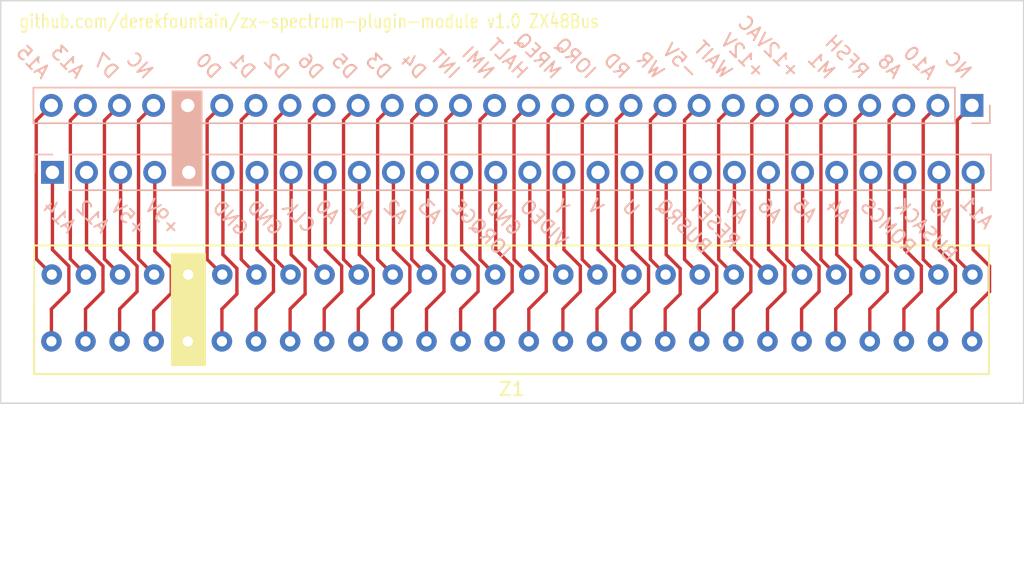
<source format=kicad_pcb>
(kicad_pcb (version 20211014) (generator pcbnew)
  (layers (0 "F.Cu" signal) (31 "B.Cu" signal) (34 "B.Paste" user) (35 "F.Paste" user) (36 "B.SilkS" user "B.Silkscreen") (37 "F.SilkS" user "F.Silkscreen") (38 "B.Mask" user) (39 "F.Mask" user) (44 "Edge.Cuts" user))
  (net 0 "")
  (net 3 "A15")
  (net 4 "A13")
  (net 5 "D7")
  (net 6 "NC1")
  (net 7 "D0")
  (net 8 "D1")
  (net 9 "D2")
  (net 10 "D6")
  (net 11 "D5")
  (net 12 "D3")
  (net 13 "D4")
  (net 14 "INT")
  (net 15 "NMI")
  (net 16 "HALT")
  (net 17 "MREQ")
  (net 18 "IORQ")
  (net 19 "RD")
  (net 20 "WR")
  (net 21 "-5V")
  (net 22 "WAIT")
  (net 23 "+12V")
  (net 24 "+12VAC")
  (net 25 "M1")
  (net 26 "RFSH")
  (net 27 "A8")
  (net 28 "A10")
  (net 29 "NC2")
  (net 30 "A9")
  (net 31 "ROMCS")
  (net 32 "A4")
  (net 33 "A5")
  (net 34 "A6")
  (net 35 "A7")
  (net 36 "RESET")
  (net 37 "BUSRQ")
  (net 38 "U")
  (net 39 "V")
  (net 40 "Y")
  (net 41 "VIDEO")
  (net 42 "GND3")
  (net 43 "IORQGE")
  (net 44 "A3")
  (net 45 "A2")
  (net 46 "A1")
  (net 47 "A0")
  (net 48 "CLK")
  (net 49 "GND2")
  (net 50 "GND1")
  (net 51 "+9V")
  (net 52 "+5V")
  (net 53 "A12")
  (net 54 "A14")
  (net 55 "BUSACK")
  (net 56 "A11")
  (footprint "zx:ZX_Bus_Pin_Header" (layer "F.Cu") (at 147.32 124.46)
    (fp_text reference "Z1" (at -0.03 7.27) (layer "F.SilkS"))
    (fp_text value "ZX48Bus")
    (fp_line (start -35.61 1.07) (end -35.61 6.15) (layer "F.SilkS") (width 0.15))
    (fp_line (start -35.6 -3.44) (end -35.61 1.07) (layer "F.SilkS") (width 0.12))
    (fp_line (start 35.52 -3.44) (end -35.6 -3.44) (layer "F.SilkS") (width 0.15))
    (fp_line (start 35.51 6.15) (end 35.51 1.07) (layer "F.SilkS") (width 0.15))
    (fp_line (start 35.52 -3.47) (end 35.51 1.17) (layer "F.SilkS") (width 0.12))
    (fp_line (start -35.61 6.15) (end 35.51 6.15) (layer "F.SilkS") (width 0.15))
    (pad "" thru_hole circle (at -24.16 3.71) (size 1.524 1.524) (drill 0.762) (layers *.Cu *.Mask))
    (pad "" thru_hole circle (at -24.13 -1.27) (size 1.524 1.524) (drill 0.762) (layers *.Cu *.Mask))
    (pad "A1" thru_hole circle (at -34.29 -1.27) (size 1.524 1.524) (drill 0.762) (layers *.Cu *.Mask) (net 3 "A15"))
    (pad "A2" thru_hole circle (at -31.75 -1.27) (size 1.524 1.524) (drill 0.762) (layers *.Cu *.Mask) (net 4 "A13"))
    (pad "A3" thru_hole circle (at -29.21 -1.27) (size 1.524 1.524) (drill 0.762) (layers *.Cu *.Mask) (net 5 "D7"))
    (pad "A4" thru_hole circle (at -26.67 -1.27) (size 1.524 1.524) (drill 0.762) (layers *.Cu *.Mask) (net 6 "NC1"))
    (pad "A6" thru_hole circle (at -21.59 -1.27) (size 1.524 1.524) (drill 0.762) (layers *.Cu *.Mask) (net 7 "D0"))
    (pad "A7" thru_hole circle (at -19.05 -1.27) (size 1.524 1.524) (drill 0.762) (layers *.Cu *.Mask) (net 8 "D1"))
    (pad "A8" thru_hole circle (at -16.51 -1.27) (size 1.524 1.524) (drill 0.762) (layers *.Cu *.Mask) (net 9 "D2"))
    (pad "A9" thru_hole circle (at -13.97 -1.27) (size 1.524 1.524) (drill 0.762) (layers *.Cu *.Mask) (net 10 "D6"))
    (pad "A10" thru_hole circle (at -11.43 -1.27) (size 1.524 1.524) (drill 0.762) (layers *.Cu *.Mask) (net 11 "D5"))
    (pad "A11" thru_hole circle (at -8.89 -1.27) (size 1.524 1.524) (drill 0.762) (layers *.Cu *.Mask) (net 12 "D3"))
    (pad "A12" thru_hole circle (at -6.35 -1.27) (size 1.524 1.524) (drill 0.762) (layers *.Cu *.Mask) (net 13 "D4"))
    (pad "A13" thru_hole circle (at -3.81 -1.27) (size 1.524 1.524) (drill 0.762) (layers *.Cu *.Mask) (net 14 "INT"))
    (pad "A14" thru_hole circle (at -1.27 -1.27) (size 1.524 1.524) (drill 0.762) (layers *.Cu *.Mask) (net 15 "NMI"))
    (pad "A15" thru_hole circle (at 1.27 -1.27) (size 1.524 1.524) (drill 0.762) (layers *.Cu *.Mask) (net 16 "HALT"))
    (pad "A16" thru_hole circle (at 3.81 -1.27) (size 1.524 1.524) (drill 0.762) (layers *.Cu *.Mask) (net 17 "MREQ"))
    (pad "A17" thru_hole circle (at 6.35 -1.27) (size 1.524 1.524) (drill 0.762) (layers *.Cu *.Mask) (net 18 "IORQ"))
    (pad "A18" thru_hole circle (at 8.89 -1.27) (size 1.524 1.524) (drill 0.762) (layers *.Cu *.Mask) (net 19 "RD"))
    (pad "A19" thru_hole circle (at 11.43 -1.27) (size 1.524 1.524) (drill 0.762) (layers *.Cu *.Mask) (net 20 "WR"))
    (pad "A20" thru_hole circle (at 13.97 -1.27) (size 1.524 1.524) (drill 0.762) (layers *.Cu *.Mask) (net 21 "-5V"))
    (pad "A21" thru_hole circle (at 16.51 -1.27) (size 1.524 1.524) (drill 0.762) (layers *.Cu *.Mask) (net 22 "WAIT"))
    (pad "A22" thru_hole circle (at 19.05 -1.27) (size 1.524 1.524) (drill 0.762) (layers *.Cu *.Mask) (net 23 "+12V"))
    (pad "A23" thru_hole circle (at 21.59 -1.27) (size 1.524 1.524) (drill 0.762) (layers *.Cu *.Mask) (net 24 "+12VAC"))
    (pad "A24" thru_hole circle (at 24.13 -1.27) (size 1.524 1.524) (drill 0.762) (layers *.Cu *.Mask) (net 25 "M1"))
    (pad "A25" thru_hole circle (at 26.67 -1.27) (size 1.524 1.524) (drill 0.762) (layers *.Cu *.Mask) (net 26 "RFSH"))
    (pad "A26" thru_hole circle (at 29.21 -1.27) (size 1.524 1.524) (drill 0.762) (layers *.Cu *.Mask) (net 27 "A8"))
    (pad "A27" thru_hole circle (at 31.75 -1.27) (size 1.524 1.524) (drill 0.762) (layers *.Cu *.Mask) (net 28 "A10"))
    (pad "A28" thru_hole circle (at 34.29 -1.27) (size 1.524 1.524) (drill 0.762) (layers *.Cu *.Mask) (net 29 "NC2"))
    (pad "B1" thru_hole circle (at -34.32 3.71) (size 1.524 1.524) (drill 0.762) (layers *.Cu *.Mask) (net 54 "A14"))
    (pad "B2" thru_hole circle (at -31.78 3.71) (size 1.524 1.524) (drill 0.762) (layers *.Cu *.Mask) (net 53 "A12"))
    (pad "B3" thru_hole circle (at -29.24 3.71) (size 1.524 1.524) (drill 0.762) (layers *.Cu *.Mask) (net 52 "+5V"))
    (pad "B4" thru_hole circle (at -26.7 3.71) (size 1.524 1.524) (drill 0.762) (layers *.Cu *.Mask) (net 51 "+9V"))
    (pad "B6" thru_hole circle (at -21.62 3.71) (size 1.524 1.524) (drill 0.762) (layers *.Cu *.Mask) (net 50 "GND1"))
    (pad "B7" thru_hole circle (at -19.08 3.71) (size 1.524 1.524) (drill 0.762) (layers *.Cu *.Mask) (net 49 "GND2"))
    (pad "B8" thru_hole circle (at -16.54 3.71) (size 1.524 1.524) (drill 0.762) (layers *.Cu *.Mask) (net 48 "CLK"))
    (pad "B9" thru_hole circle (at -14 3.71) (size 1.524 1.524) (drill 0.762) (layers *.Cu *.Mask) (net 47 "A0"))
    (pad "B10" thru_hole circle (at -11.46 3.71) (size 1.524 1.524) (drill 0.762) (layers *.Cu *.Mask) (net 46 "A1"))
    (pad "B11" thru_hole circle (at -8.92 3.71) (size 1.524 1.524) (drill 0.762) (layers *.Cu *.Mask) (net 45 "A2"))
    (pad "B12" thru_hole circle (at -6.38 3.71) (size 1.524 1.524) (drill 0.762) (layers *.Cu *.Mask) (net 44 "A3"))
    (pad "B13" thru_hole circle (at -3.84 3.71) (size 1.524 1.524) (drill 0.762) (layers *.Cu *.Mask) (net 43 "IORQGE"))
    (pad "B14" thru_hole circle (at -1.3 3.71) (size 1.524 1.524) (drill 0.762) (layers *.Cu *.Mask) (net 42 "GND3"))
    (pad "B15" thru_hole circle (at 1.24 3.71) (size 1.524 1.524) (drill 0.762) (layers *.Cu *.Mask) (net 41 "VIDEO"))
    (pad "B16" thru_hole circle (at 3.78 3.71) (size 1.524 1.524) (drill 0.762) (layers *.Cu *.Mask) (net 40 "Y"))
    (pad "B17" thru_hole circle (at 6.32 3.71) (size 1.524 1.524) (drill 0.762) (layers *.Cu *.Mask) (net 39 "V"))
    (pad "B18" thru_hole circle (at 8.86 3.71) (size 1.524 1.524) (drill 0.762) (layers *.Cu *.Mask) (net 38 "U"))
    (pad "B19" thru_hole circle (at 11.4 3.71) (size 1.524 1.524) (drill 0.762) (layers *.Cu *.Mask) (net 37 "BUSRQ"))
    (pad "B20" thru_hole circle (at 13.94 3.71) (size 1.524 1.524) (drill 0.762) (layers *.Cu *.Mask) (net 36 "RESET"))
    (pad "B21" thru_hole circle (at 16.48 3.71) (size 1.524 1.524) (drill 0.762) (layers *.Cu *.Mask) (net 35 "A7"))
    (pad "B22" thru_hole circle (at 19.02 3.71) (size 1.524 1.524) (drill 0.762) (layers *.Cu *.Mask) (net 34 "A6"))
    (pad "B23" thru_hole circle (at 21.56 3.71) (size 1.524 1.524) (drill 0.762) (layers *.Cu *.Mask) (net 33 "A5"))
    (pad "B24" thru_hole circle (at 24.1 3.71) (size 1.524 1.524) (drill 0.762) (layers *.Cu *.Mask) (net 32 "A4"))
    (pad "B25" thru_hole circle (at 26.64 3.71) (size 1.524 1.524) (drill 0.762) (layers *.Cu *.Mask) (net 31 "ROMCS"))
    (pad "B26" thru_hole circle (at 29.18 3.71) (size 1.524 1.524) (drill 0.762) (layers *.Cu *.Mask) (net 55 "BUSACK"))
    (pad "B27" thru_hole circle (at 31.72 3.71) (size 1.524 1.524) (drill 0.762) (layers *.Cu *.Mask) (net 30 "A9"))
    (pad "B28" thru_hole circle (at 34.26 3.71) (size 1.524 1.524) (drill 0.762) (layers *.Cu *.Mask) (net 56 "A11"))
  )
  (footprint "Connector_PinHeader_2.54mm:PinHeader_1x28_P2.54mm_Vertical" (layer "B.Cu") (at 181.57 110.58 90)
    (fp_text reference "J1" hide)
    (fp_text value "Upper pins")
    (fp_line (start -1.33 -69.91) (end 1.33 -69.91) (layer "B.SilkS") (width 0.12))
    (fp_line (start -1.33 0) (end -1.33 1.33) (layer "B.SilkS") (width 0.12))
    (fp_line (start -1.33 1.33) (end 0 1.33) (layer "B.SilkS") (width 0.12))
    (fp_line (start -1.33 -1.27) (end -1.33 -69.91) (layer "B.SilkS") (width 0.12))
    (fp_line (start 1.33 -1.27) (end 1.33 -69.91) (layer "B.SilkS") (width 0.12))
    (fp_line (start -1.33 -1.27) (end 1.33 -1.27) (layer "B.SilkS") (width 0.12))
    (pad "1" thru_hole rect (at 0 0 90) (size 1.7 1.7) (drill 1) (layers *.Cu *.Mask) (net 29 "NC2"))
    (pad "2" thru_hole oval (at 0 -2.54 90) (size 1.7 1.7) (drill 1) (layers *.Cu *.Mask) (net 28 "A10"))
    (pad "3" thru_hole oval (at 0 -5.08 90) (size 1.7 1.7) (drill 1) (layers *.Cu *.Mask) (net 27 "A8"))
    (pad "4" thru_hole oval (at 0 -7.62 90) (size 1.7 1.7) (drill 1) (layers *.Cu *.Mask) (net 26 "RFSH"))
    (pad "5" thru_hole oval (at 0 -10.16 90) (size 1.7 1.7) (drill 1) (layers *.Cu *.Mask) (net 25 "M1"))
    (pad "6" thru_hole oval (at 0 -12.7 90) (size 1.7 1.7) (drill 1) (layers *.Cu *.Mask) (net 24 "+12VAC"))
    (pad "7" thru_hole oval (at 0 -15.24 90) (size 1.7 1.7) (drill 1) (layers *.Cu *.Mask) (net 23 "+12V"))
    (pad "8" thru_hole oval (at 0 -17.78 90) (size 1.7 1.7) (drill 1) (layers *.Cu *.Mask) (net 22 "WAIT"))
    (pad "9" thru_hole oval (at 0 -20.32 90) (size 1.7 1.7) (drill 1) (layers *.Cu *.Mask) (net 21 "-5V"))
    (pad "10" thru_hole oval (at 0 -22.86 90) (size 1.7 1.7) (drill 1) (layers *.Cu *.Mask) (net 20 "WR"))
    (pad "11" thru_hole oval (at 0 -25.4 90) (size 1.7 1.7) (drill 1) (layers *.Cu *.Mask) (net 19 "RD"))
    (pad "12" thru_hole oval (at 0 -27.94 90) (size 1.7 1.7) (drill 1) (layers *.Cu *.Mask) (net 18 "IORQ"))
    (pad "13" thru_hole oval (at 0 -30.48 90) (size 1.7 1.7) (drill 1) (layers *.Cu *.Mask) (net 17 "MREQ"))
    (pad "14" thru_hole oval (at 0 -33.02 90) (size 1.7 1.7) (drill 1) (layers *.Cu *.Mask) (net 16 "HALT"))
    (pad "15" thru_hole oval (at 0 -35.56 90) (size 1.7 1.7) (drill 1) (layers *.Cu *.Mask) (net 15 "NMI"))
    (pad "16" thru_hole oval (at 0 -38.1 90) (size 1.7 1.7) (drill 1) (layers *.Cu *.Mask) (net 14 "INT"))
    (pad "17" thru_hole oval (at 0 -40.64 90) (size 1.7 1.7) (drill 1) (layers *.Cu *.Mask) (net 13 "D4"))
    (pad "18" thru_hole oval (at 0 -43.18 90) (size 1.7 1.7) (drill 1) (layers *.Cu *.Mask) (net 12 "D3"))
    (pad "19" thru_hole oval (at 0 -45.72 90) (size 1.7 1.7) (drill 1) (layers *.Cu *.Mask) (net 11 "D5"))
    (pad "20" thru_hole oval (at 0 -48.26 90) (size 1.7 1.7) (drill 1) (layers *.Cu *.Mask) (net 10 "D6"))
    (pad "21" thru_hole oval (at 0 -50.8 90) (size 1.7 1.7) (drill 1) (layers *.Cu *.Mask) (net 9 "D2"))
    (pad "22" thru_hole oval (at 0 -53.34 90) (size 1.7 1.7) (drill 1) (layers *.Cu *.Mask) (net 8 "D1"))
    (pad "23" thru_hole oval (at 0 -55.88 90) (size 1.7 1.7) (drill 1) (layers *.Cu *.Mask) (net 7 "D0"))
    (pad "24" thru_hole oval (at 0 -58.42 90) (size 1.7 1.7) (drill 1) (layers *.Cu *.Mask))
    (pad "25" thru_hole oval (at 0 -60.96 90) (size 1.7 1.7) (drill 1) (layers *.Cu *.Mask) (net 6 "NC1"))
    (pad "26" thru_hole oval (at 0 -63.5 90) (size 1.7 1.7) (drill 1) (layers *.Cu *.Mask) (net 5 "D7"))
    (pad "27" thru_hole oval (at 0 -66.04 90) (size 1.7 1.7) (drill 1) (layers *.Cu *.Mask) (net 4 "A13"))
    (pad "28" thru_hole oval (at 0 -68.58 90) (size 1.7 1.7) (drill 1) (layers *.Cu *.Mask) (net 3 "A15"))
  )
  (footprint "Connector_PinHeader_2.54mm:PinHeader_1x28_P2.54mm_Vertical" (layer "B.Cu") (at 113.075 115.57 -90)
    (fp_text reference "J2" hide)
    (fp_text value "Lower pins")
    (fp_line (start -1.33 0) (end -1.33 1.33) (layer "B.SilkS") (width 0.12))
    (fp_line (start -1.33 -1.27) (end 1.33 -1.27) (layer "B.SilkS") (width 0.12))
    (fp_line (start -1.33 -69.91) (end 1.33 -69.91) (layer "B.SilkS") (width 0.12))
    (fp_line (start 1.33 -1.27) (end 1.33 -69.91) (layer "B.SilkS") (width 0.12))
    (fp_line (start -1.33 1.33) (end 0 1.33) (layer "B.SilkS") (width 0.12))
    (fp_line (start -1.33 -1.27) (end -1.33 -69.91) (layer "B.SilkS") (width 0.12))
    (pad "1" thru_hole rect (at 0 0 270) (size 1.7 1.7) (drill 1) (layers *.Cu *.Mask) (net 54 "A14"))
    (pad "2" thru_hole oval (at 0 -2.54 270) (size 1.7 1.7) (drill 1) (layers *.Cu *.Mask) (net 53 "A12"))
    (pad "3" thru_hole oval (at 0 -5.08 270) (size 1.7 1.7) (drill 1) (layers *.Cu *.Mask) (net 52 "+5V"))
    (pad "4" thru_hole oval (at 0 -7.62 270) (size 1.7 1.7) (drill 1) (layers *.Cu *.Mask) (net 51 "+9V"))
    (pad "5" thru_hole oval (at 0 -10.16 270) (size 1.7 1.7) (drill 1) (layers *.Cu *.Mask))
    (pad "6" thru_hole oval (at 0 -12.7 270) (size 1.7 1.7) (drill 1) (layers *.Cu *.Mask) (net 50 "GND1"))
    (pad "7" thru_hole oval (at 0 -15.24 270) (size 1.7 1.7) (drill 1) (layers *.Cu *.Mask) (net 49 "GND2"))
    (pad "8" thru_hole oval (at 0 -17.78 270) (size 1.7 1.7) (drill 1) (layers *.Cu *.Mask) (net 48 "CLK"))
    (pad "9" thru_hole oval (at 0 -20.32 270) (size 1.7 1.7) (drill 1) (layers *.Cu *.Mask) (net 47 "A0"))
    (pad "10" thru_hole oval (at 0 -22.86 270) (size 1.7 1.7) (drill 1) (layers *.Cu *.Mask) (net 46 "A1"))
    (pad "11" thru_hole oval (at 0 -25.4 270) (size 1.7 1.7) (drill 1) (layers *.Cu *.Mask) (net 45 "A2"))
    (pad "12" thru_hole oval (at 0 -27.94 270) (size 1.7 1.7) (drill 1) (layers *.Cu *.Mask) (net 44 "A3"))
    (pad "13" thru_hole oval (at 0 -30.48 270) (size 1.7 1.7) (drill 1) (layers *.Cu *.Mask) (net 43 "IORQGE"))
    (pad "14" thru_hole oval (at 0 -33.02 270) (size 1.7 1.7) (drill 1) (layers *.Cu *.Mask) (net 42 "GND3"))
    (pad "15" thru_hole oval (at 0 -35.56 270) (size 1.7 1.7) (drill 1) (layers *.Cu *.Mask) (net 41 "VIDEO"))
    (pad "16" thru_hole oval (at 0 -38.1 270) (size 1.7 1.7) (drill 1) (layers *.Cu *.Mask) (net 40 "Y"))
    (pad "17" thru_hole oval (at 0 -40.64 270) (size 1.7 1.7) (drill 1) (layers *.Cu *.Mask) (net 39 "V"))
    (pad "18" thru_hole oval (at 0 -43.18 270) (size 1.7 1.7) (drill 1) (layers *.Cu *.Mask) (net 38 "U"))
    (pad "19" thru_hole oval (at 0 -45.72 270) (size 1.7 1.7) (drill 1) (layers *.Cu *.Mask) (net 37 "BUSRQ"))
    (pad "20" thru_hole oval (at 0 -48.26 270) (size 1.7 1.7) (drill 1) (layers *.Cu *.Mask) (net 36 "RESET"))
    (pad "21" thru_hole oval (at 0 -50.8 270) (size 1.7 1.7) (drill 1) (layers *.Cu *.Mask) (net 35 "A7"))
    (pad "22" thru_hole oval (at 0 -53.34 270) (size 1.7 1.7) (drill 1) (layers *.Cu *.Mask) (net 34 "A6"))
    (pad "23" thru_hole oval (at 0 -55.88 270) (size 1.7 1.7) (drill 1) (layers *.Cu *.Mask) (net 33 "A5"))
    (pad "24" thru_hole oval (at 0 -58.42 270) (size 1.7 1.7) (drill 1) (layers *.Cu *.Mask) (net 32 "A4"))
    (pad "25" thru_hole oval (at 0 -60.96 270) (size 1.7 1.7) (drill 1) (layers *.Cu *.Mask) (net 31 "ROMCS"))
    (pad "26" thru_hole oval (at 0 -63.5 270) (size 1.7 1.7) (drill 1) (layers *.Cu *.Mask) (net 55 "BUSACK"))
    (pad "27" thru_hole oval (at 0 -66.04 270) (size 1.7 1.7) (drill 1) (layers *.Cu *.Mask) (net 30 "A9"))
    (pad "28" thru_hole oval (at 0 -68.58 270) (size 1.7 1.7) (drill 1) (layers *.Cu *.Mask) (net 56 "A11"))
  )
  (gr_rect (start 124.18 116.55) (end 122.03 109.54) (layer "B.SilkS") (width 0.15) (fill solid))
  (gr_rect (start 121.98 129.94) (end 124.44 121.64) (layer "F.SilkS") (width 0.15) (fill solid))
  (gr_rect (start 185.42 102.77) (end 109.22 132.78) (layer "Edge.Cuts") (width 0.1) (fill none))
  (gr_text "D0" (at 125.45 108.38 -45) (layer "B.SilkS") (effects (font (size 1 1)) (justify left mirror)))
  (gr_text "A2" (at 137.93 117.76 -45) (layer "B.SilkS") (effects (font (size 1 1)) (justify right mirror)))
  (gr_text "IORQGE" (at 143 117.82 -45) (layer "B.SilkS") (effects (font (size 1 1)) (justify right mirror)))
  (gr_text "WR" (at 158.43 108.42 -45) (layer "B.SilkS") (effects (font (size 1 1)) (justify left mirror)))
  (gr_text "A1" (at 135.39 117.78 -45) (layer "B.SilkS") (effects (font (size 1 1)) (justify right mirror)))
  (gr_text "D3" (at 138.11 108.41 -45) (layer "B.SilkS") (effects (font (size 1 1)) (justify left mirror)))
  (gr_text "D1" (at 128 108.38 -45) (layer "B.SilkS") (effects (font (size 1 1)) (justify left mirror)))
  (gr_text "RESET" (at 160.76 117.73 -45) (layer "B.SilkS") (effects (font (size 1 1)) (justify right mirror)))
  (gr_text "HALT" (at 148.3 108.38 -45) (layer "B.SilkS") (effects (font (size 1 1)) (justify left mirror)))
  (gr_text "GND" (at 145.54 117.83 -45) (layer "B.SilkS") (effects (font (size 1 1)) (justify right mirror)))
  (gr_text "M1" (at 171.16 108.41 -45) (layer "B.SilkS") (effects (font (size 1 1)) (justify left mirror)))
  (gr_text "U" (at 155.72 117.77 -45) (layer "B.SilkS") (effects (font (size 1 1)) (justify right mirror)))
  (gr_text "D2" (at 130.52 108.39 -45) (layer "B.SilkS") (effects (font (size 1 1)) (justify left mirror)))
  (gr_text "+12V" (at 166.02 108.39 -45) (layer "B.SilkS") (effects (font (size 1 1)) (justify left mirror)))
  (gr_text "A0" (at 132.84 117.77 -45) (layer "B.SilkS") (effects (font (size 1 1)) (justify right mirror)))
  (gr_text "+5V" (at 117.62 117.82 -45) (layer "B.SilkS") (effects (font (size 1 1)) (justify right mirror)))
  (gr_text "A6" (at 165.79 117.71 -45) (layer "B.SilkS") (effects (font (size 1 1)) (justify right mirror)))
  (gr_text "A8" (at 176.15 108.36 -45) (layer "B.SilkS") (effects (font (size 1 1)) (justify left mirror)))
  (gr_text "NC" (at 120.37 108.4 -45) (layer "B.SilkS") (effects (font (size 1 1)) (justify left mirror)))
  (gr_text "A10" (at 178.74 108.42 -45) (layer "B.SilkS") (effects (font (size 1 1)) (justify left mirror)))
  (gr_text "D4" (at 140.72 108.4 -45) (layer "B.SilkS") (effects (font (size 1 1)) (justify left mirror)))
  (gr_text "V" (at 153.15 117.77 -45) (layer "B.SilkS") (effects (font (size 1 1)) (justify right mirror)))
  (gr_text "WAIT" (at 163.5 108.4 -45) (layer "B.SilkS") (effects (font (size 1 1)) (justify left mirror)))
  (gr_text "GND" (at 127.76 117.81 -45) (layer "B.SilkS") (effects (font (size 1 1)) (justify right mirror)))
  (gr_text "+9V" (at 120.16 117.78 -45) (layer "B.SilkS") (effects (font (size 1 1)) (justify right mirror)))
  (gr_text "RD" (at 155.87 108.39 -45) (layer "B.SilkS") (effects (font (size 1 1)) (justify left mirror)))
  (gr_text "MREQ" (at 150.77 108.39 -45) (layer "B.SilkS") (effects (font (size 1 1)) (justify left mirror)))
  (gr_text "NMI" (at 145.79 108.4 -45) (layer "B.SilkS") (effects (font (size 1 1)) (justify left mirror)))
  (gr_text "D7" (at 117.81 108.4 -45) (layer "B.SilkS") (effects (font (size 1 1)) (justify left mirror)))
  (gr_text "RFSH" (at 173.7 108.39 -45) (layer "B.SilkS") (effects (font (size 1 1)) (justify left mirror)))
  (gr_text "A7" (at 163.24 117.73 -45) (layer "B.SilkS") (effects (font (size 1 1)) (justify right mirror)))
  (gr_text "A9" (at 178.52 117.65 -45) (layer "B.SilkS") (effects (font (size 1 1)) (justify right mirror)))
  (gr_text "A15" (at 112.67 108.37 -45) (layer "B.SilkS") (effects (font (size 1 1)) (justify left mirror)))
  (gr_text "BUSRQ" (at 158.26 117.73 -45) (layer "B.SilkS") (effects (font (size 1 1)) (justify right mirror)))
  (gr_text "-5V" (at 161.02 108.44 -45) (layer "B.SilkS") (effects (font (size 1 1)) (justify left mirror)))
  (gr_text "A14" (at 112.54 117.8 -45) (layer "B.SilkS") (effects (font (size 1 1)) (justify right mirror)))
  (gr_text "D5" (at 135.58 108.42 -45) (layer "B.SilkS") (effects (font (size 1 1)) (justify left mirror)))
  (gr_text "INT" (at 143.22 108.39 -45) (layer "B.SilkS") (effects (font (size 1 1)) (justify left mirror)))
  (gr_text "Y" (at 150.6 117.8 -45) (layer "B.SilkS") (effects (font (size 1 1)) (justify right mirror)))
  (gr_text "BUSACK" (at 175.98 117.73 -45) (layer "B.SilkS") (effects (font (size 1 1)) (justify right mirror)))
  (gr_text "GND" (at 125.18 117.84 -45) (layer "B.SilkS") (effects (font (size 1 1)) (justify right mirror)))
  (gr_text "A3" (at 140.48 117.76 -45) (layer "B.SilkS") (effects (font (size 1 1)) (justify right mirror)))
  (gr_text "A5" (at 168.39 117.67 -45) (layer "B.SilkS") (effects (font (size 1 1)) (justify right mirror)))
  (gr_text "IORQ" (at 153.36 108.39 -45) (layer "B.SilkS") (effects (font (size 1 1)) (justify left mirror)))
  (gr_text "A4" (at 170.9 117.73 -45) (layer "B.SilkS") (effects (font (size 1 1)) (justify right mirror)))
  (gr_text "VIDEO" (at 148.09 117.77 -45) (layer "B.SilkS") (effects (font (size 1 1)) (justify right mirror)))
  (gr_text "CLK" (at 130.33 117.78 -45) (layer "B.SilkS") (effects (font (size 1 1)) (justify right mirror)))
  (gr_text "ROMCS" (at 173.43 117.73 -45) (layer "B.SilkS") (effects (font (size 1 1)) (justify right mirror)))
  (gr_text "A11" (at 180.87 117.5 -45) (layer "B.SilkS") (effects (font (size 1 1)) (justify right mirror)))
  (gr_text "A13" (at 115.25 108.37 -45) (layer "B.SilkS") (effects (font (size 1 1)) (justify left mirror)))
  (gr_text "A12" (at 115.03 117.82 -45) (layer "B.SilkS") (effects (font (size 1 1)) (justify right mirror)))
  (gr_text "+12VAC" (at 168.61 108.36 -45) (layer "B.SilkS") (effects (font (size 1 1)) (justify left mirror)))
  (gr_text "D6" (at 133.06 108.41 -45) (layer "B.SilkS") (effects (font (size 1 1)) (justify left mirror)))
  (gr_text "NC" (at 181.34 108.38 -45) (layer "B.SilkS") (effects (font (size 1 1)) (justify left mirror)))
  (gr_text "github.com/derekfountain/zx-spectrum-plugin-module v1.0 ZX48Bus" (at 132.2 104.31) (layer "F.SilkS") (effects (font (size 1 0.8) (thickness 0.125))))
  (segment (start 113.03 123.19) (end 111.87 122.03) (width 0.25) (layer "F.Cu") (net 3))
  (segment (start 111.87 122.03) (end 111.87 111.7) (width 0.25) (layer "F.Cu") (net 3))
  (segment (start 111.87 111.7) (end 112.99 110.58) (width 0.25) (layer "F.Cu") (net 3))
  (segment (start 115.57 123.19) (end 114.41 122.03) (width 0.25) (layer "F.Cu") (net 4))
  (segment (start 114.41 111.7) (end 115.54 110.57) (width 0.25) (layer "F.Cu") (net 4))
  (segment (start 114.41 122.03) (end 114.41 111.7) (width 0.25) (layer "F.Cu") (net 4))
  (segment (start 118.11 123.19) (end 116.95 122.03) (width 0.25) (layer "F.Cu") (net 5))
  (segment (start 116.95 111.7) (end 118.08 110.57) (width 0.25) (layer "F.Cu") (net 5))
  (segment (start 116.95 122.03) (end 116.95 111.7) (width 0.25) (layer "F.Cu") (net 5))
  (segment (start 119.49 122.03) (end 119.49 111.7) (width 0.25) (layer "F.Cu") (net 6))
  (segment (start 120.65 123.19) (end 119.49 122.03) (width 0.25) (layer "F.Cu") (net 6))
  (segment (start 119.49 111.7) (end 120.62 110.57) (width 0.25) (layer "F.Cu") (net 6))
  (segment (start 124.6 122.06) (end 124.6 111.67) (width 0.25) (layer "F.Cu") (net 7))
  (segment (start 124.6 111.67) (end 125.7 110.57) (width 0.25) (layer "F.Cu") (net 7))
  (segment (start 125.73 123.19) (end 124.6 122.06) (width 0.25) (layer "F.Cu") (net 7))
  (segment (start 127.14 111.67) (end 128.24 110.57) (width 0.25) (layer "F.Cu") (net 8))
  (segment (start 127.14 122.06) (end 127.14 111.67) (width 0.25) (layer "F.Cu") (net 8))
  (segment (start 128.27 123.19) (end 127.14 122.06) (width 0.25) (layer "F.Cu") (net 8))
  (segment (start 130.81 123.19) (end 129.68 122.06) (width 0.25) (layer "F.Cu") (net 9))
  (segment (start 129.68 122.06) (end 129.68 111.67) (width 0.25) (layer "F.Cu") (net 9))
  (segment (start 129.68 111.67) (end 130.78 110.57) (width 0.25) (layer "F.Cu") (net 9))
  (segment (start 132.22 111.67) (end 133.32 110.57) (width 0.25) (layer "F.Cu") (net 10))
  (segment (start 132.22 122.06) (end 132.22 111.67) (width 0.25) (layer "F.Cu") (net 10))
  (segment (start 133.35 123.19) (end 132.22 122.06) (width 0.25) (layer "F.Cu") (net 10))
  (segment (start 134.76 122.06) (end 134.76 111.67) (width 0.25) (layer "F.Cu") (net 11))
  (segment (start 134.76 111.67) (end 135.86 110.57) (width 0.25) (layer "F.Cu") (net 11))
  (segment (start 135.89 123.19) (end 134.76 122.06) (width 0.25) (layer "F.Cu") (net 11))
  (segment (start 137.3 122.06) (end 137.3 111.67) (width 0.25) (layer "F.Cu") (net 12))
  (segment (start 137.3 111.67) (end 138.4 110.57) (width 0.25) (layer "F.Cu") (net 12))
  (segment (start 138.43 123.19) (end 137.3 122.06) (width 0.25) (layer "F.Cu") (net 12))
  (segment (start 139.84 111.67) (end 140.94 110.57) (width 0.25) (layer "F.Cu") (net 13))
  (segment (start 140.97 123.19) (end 139.84 122.06) (width 0.25) (layer "F.Cu") (net 13))
  (segment (start 139.84 122.06) (end 139.84 111.67) (width 0.25) (layer "F.Cu") (net 13))
  (segment (start 142.38 111.67) (end 143.48 110.57) (width 0.25) (layer "F.Cu") (net 14))
  (segment (start 142.38 122.06) (end 142.38 111.67) (width 0.25) (layer "F.Cu") (net 14))
  (segment (start 143.51 123.19) (end 142.38 122.06) (width 0.25) (layer "F.Cu") (net 14))
  (segment (start 146.05 123.19) (end 144.92 122.06) (width 0.25) (layer "F.Cu") (net 15))
  (segment (start 144.92 111.67) (end 146.02 110.57) (width 0.25) (layer "F.Cu") (net 15))
  (segment (start 144.92 122.06) (end 144.92 111.67) (width 0.25) (layer "F.Cu") (net 15))
  (segment (start 147.46 111.67) (end 148.56 110.57) (width 0.25) (layer "F.Cu") (net 16))
  (segment (start 147.46 122.06) (end 147.46 111.67) (width 0.25) (layer "F.Cu") (net 16))
  (segment (start 148.59 123.19) (end 147.46 122.06) (width 0.25) (layer "F.Cu") (net 16))
  (segment (start 151.13 123.19) (end 150 122.06) (width 0.25) (layer "F.Cu") (net 17))
  (segment (start 150 111.67) (end 151.1 110.57) (width 0.25) (layer "F.Cu") (net 17))
  (segment (start 150 122.06) (end 150 111.67) (width 0.25) (layer "F.Cu") (net 17))
  (segment (start 152.54 122.06) (end 152.54 111.67) (width 0.25) (layer "F.Cu") (net 18))
  (segment (start 153.67 123.19) (end 152.54 122.06) (width 0.25) (layer "F.Cu") (net 18))
  (segment (start 152.54 111.67) (end 153.64 110.57) (width 0.25) (layer "F.Cu") (net 18))
  (segment (start 155.08 122.06) (end 155.08 111.67) (width 0.25) (layer "F.Cu") (net 19))
  (segment (start 156.21 123.19) (end 155.08 122.06) (width 0.25) (layer "F.Cu") (net 19))
  (segment (start 155.08 111.67) (end 156.18 110.57) (width 0.25) (layer "F.Cu") (net 19))
  (segment (start 157.62 111.67) (end 158.72 110.57) (width 0.25) (layer "F.Cu") (net 20))
  (segment (start 157.62 122.06) (end 157.62 111.67) (width 0.25) (layer "F.Cu") (net 20))
  (segment (start 158.75 123.19) (end 157.62 122.06) (width 0.25) (layer "F.Cu") (net 20))
  (segment (start 161.29 123.19) (end 160.16 122.06) (width 0.25) (layer "F.Cu") (net 21))
  (segment (start 160.16 111.67) (end 161.26 110.57) (width 0.25) (layer "F.Cu") (net 21))
  (segment (start 160.16 122.06) (end 160.16 111.67) (width 0.25) (layer "F.Cu") (net 21))
  (segment (start 162.7 122.06) (end 162.7 111.67) (width 0.25) (layer "F.Cu") (net 22))
  (segment (start 163.83 123.19) (end 162.7 122.06) (width 0.25) (layer "F.Cu") (net 22))
  (segment (start 162.7 111.67) (end 163.79 110.58) (width 0.25) (layer "F.Cu") (net 22))
  (segment (start 166.37 123.19) (end 165.17 121.99) (width 0.25) (layer "F.Cu") (net 23))
  (segment (start 165.17 111.74) (end 166.34 110.57) (width 0.25) (layer "F.Cu") (net 23))
  (segment (start 165.17 121.99) (end 165.17 111.74) (width 0.25) (layer "F.Cu") (net 23))
  (segment (start 167.78 122.06) (end 167.78 111.67) (width 0.25) (layer "F.Cu") (net 24))
  (segment (start 168.91 123.19) (end 167.78 122.06) (width 0.25) (layer "F.Cu") (net 24))
  (segment (start 167.78 111.67) (end 168.88 110.57) (width 0.25) (layer "F.Cu") (net 24))
  (segment (start 171.45 123.19) (end 170.32 122.06) (width 0.25) (layer "F.Cu") (net 25))
  (segment (start 170.32 122.06) (end 170.32 111.67) (width 0.25) (layer "F.Cu") (net 25))
  (segment (start 170.32 111.67) (end 171.42 110.57) (width 0.25) (layer "F.Cu") (net 25))
  (segment (start 172.86 122.06) (end 172.86 111.67) (width 0.25) (layer "F.Cu") (net 26))
  (segment (start 172.86 111.67) (end 173.96 110.57) (width 0.25) (layer "F.Cu") (net 26))
  (segment (start 173.99 123.19) (end 172.86 122.06) (width 0.25) (layer "F.Cu") (net 26))
  (segment (start 175.4 111.67) (end 176.5 110.57) (width 0.25) (layer "F.Cu") (net 27))
  (segment (start 176.53 123.19) (end 175.4 122.06) (width 0.25) (layer "F.Cu") (net 27))
  (segment (start 175.4 122.06) (end 175.4 111.67) (width 0.25) (layer "F.Cu") (net 27))
  (segment (start 179.07 123.19) (end 177.94 122.06) (width 0.25) (layer "F.Cu") (net 28))
  (segment (start 177.94 111.67) (end 179.04 110.57) (width 0.25) (layer "F.Cu") (net 28))
  (segment (start 177.94 122.06) (end 177.94 111.67) (width 0.25) (layer "F.Cu") (net 28))
  (segment (start 180.48 111.67) (end 181.58 110.57) (width 0.25) (layer "F.Cu") (net 29))
  (segment (start 181.61 123.19) (end 180.48 122.06) (width 0.25) (layer "F.Cu") (net 29))
  (segment (start 180.48 122.06) (end 180.48 111.67) (width 0.25) (layer "F.Cu") (net 29))
  (segment (start 179.115 121.331396) (end 180.34 122.556396) (width 0.25) (layer "F.Cu") (net 30))
  (segment (start 179.115 115.57) (end 179.115 121.331396) (width 0.25) (layer "F.Cu") (net 30))
  (segment (start 180.34 122.556396) (end 180.34 124.46) (width 0.25) (layer "F.Cu") (net 30))
  (segment (start 180.34 124.46) (end 179.04 125.76) (width 0.25) (layer "F.Cu") (net 30))
  (segment (start 179.04 125.76) (end 179.04 128.17) (width 0.25) (layer "F.Cu") (net 30))
  (segment (start 175.26 122.556396) (end 175.26 124.46) (width 0.25) (layer "F.Cu") (net 31))
  (segment (start 173.96 125.76) (end 173.96 128.17) (width 0.25) (layer "F.Cu") (net 31))
  (segment (start 174.035 115.57) (end 174.035 121.331396) (width 0.25) (layer "F.Cu") (net 31))
  (segment (start 174.035 121.331396) (end 175.26 122.556396) (width 0.25) (layer "F.Cu") (net 31))
  (segment (start 175.26 124.46) (end 173.96 125.76) (width 0.25) (layer "F.Cu") (net 31))
  (segment (start 171.42 125.76) (end 171.42 128.17) (width 0.25) (layer "F.Cu") (net 32))
  (segment (start 172.537 124.643) (end 171.42 125.76) (width 0.25) (layer "F.Cu") (net 32))
  (segment (start 172.537 122.739749) (end 172.537 124.643) (width 0.25) (layer "F.Cu") (net 32))
  (segment (start 171.495 121.697749) (end 172.537 122.739749) (width 0.25) (layer "F.Cu") (net 32))
  (segment (start 171.495 115.57) (end 171.495 121.697749) (width 0.25) (layer "F.Cu") (net 32))
  (segment (start 168.955 115.57) (end 168.955 121.331396) (width 0.25) (layer "F.Cu") (net 33))
  (segment (start 168.88 125.76) (end 168.88 128.17) (width 0.25) (layer "F.Cu") (net 33))
  (segment (start 168.955 121.331396) (end 170.18 122.556396) (width 0.25) (layer "F.Cu") (net 33))
  (segment (start 170.18 122.556396) (end 170.18 124.46) (width 0.25) (layer "F.Cu") (net 33))
  (segment (start 170.18 124.46) (end 168.88 125.76) (width 0.25) (layer "F.Cu") (net 33))
  (segment (start 167.64 124.46) (end 166.34 125.76) (width 0.25) (layer "F.Cu") (net 34))
  (segment (start 167.64 122.556396) (end 167.64 124.46) (width 0.25) (layer "F.Cu") (net 34))
  (segment (start 166.415 115.57) (end 166.415 121.331396) (width 0.25) (layer "F.Cu") (net 34))
  (segment (start 166.415 121.331396) (end 167.64 122.556396) (width 0.25) (layer "F.Cu") (net 34))
  (segment (start 166.34 125.76) (end 166.34 128.17) (width 0.25) (layer "F.Cu") (net 34))
  (segment (start 163.875 121.331396) (end 165.1 122.556396) (width 0.25) (layer "F.Cu") (net 35))
  (segment (start 163.8 125.76) (end 163.8 128.17) (width 0.25) (layer "F.Cu") (net 35))
  (segment (start 163.875 115.57) (end 163.875 121.331396) (width 0.25) (layer "F.Cu") (net 35))
  (segment (start 165.1 122.556396) (end 165.1 124.46) (width 0.25) (layer "F.Cu") (net 35))
  (segment (start 165.1 124.46) (end 163.8 125.76) (width 0.25) (layer "F.Cu") (net 35))
  (segment (start 161.335 115.57) (end 161.335 121.331396) (width 0.25) (layer "F.Cu") (net 36))
  (segment (start 161.335 121.331396) (end 162.56 122.556396) (width 0.25) (layer "F.Cu") (net 36))
  (segment (start 162.56 124.46) (end 161.26 125.76) (width 0.25) (layer "F.Cu") (net 36))
  (segment (start 162.56 122.556396) (end 162.56 124.46) (width 0.25) (layer "F.Cu") (net 36))
  (segment (start 161.26 125.76) (end 161.26 128.17) (width 0.25) (layer "F.Cu") (net 36))
  (segment (start 158.72 125.76) (end 158.72 128.17) (width 0.25) (layer "F.Cu") (net 37))
  (segment (start 158.795 121.697749) (end 159.837 122.739749) (width 0.25) (layer "F.Cu") (net 37))
  (segment (start 158.795 115.57) (end 158.795 121.697749) (width 0.25) (layer "F.Cu") (net 37))
  (segment (start 159.837 124.643) (end 158.72 125.76) (width 0.25) (layer "F.Cu") (net 37))
  (segment (start 159.837 122.739749) (end 159.837 124.643) (width 0.25) (layer "F.Cu") (net 37))
  (segment (start 157.48 122.556396) (end 157.48 124.46) (width 0.25) (layer "F.Cu") (net 38))
  (segment (start 156.18 125.76) (end 156.18 128.17) (width 0.25) (layer "F.Cu") (net 38))
  (segment (start 157.48 124.46) (end 156.18 125.76) (width 0.25) (layer "F.Cu") (net 38))
  (segment (start 156.255 121.331396) (end 157.48 122.556396) (width 0.25) (layer "F.Cu") (net 38))
  (segment (start 156.255 115.57) (end 156.255 121.331396) (width 0.25) (layer "F.Cu") (net 38))
  (segment (start 153.64 125.76) (end 153.64 128.17) (width 0.25) (layer "F.Cu") (net 39))
  (segment (start 153.715 115.57) (end 153.715 121.331396) (width 0.25) (layer "F.Cu") (net 39))
  (segment (start 154.94 122.556396) (end 154.94 124.46) (width 0.25) (layer "F.Cu") (net 39))
  (segment (start 153.715 121.331396) (end 154.94 122.556396) (width 0.25) (layer "F.Cu") (net 39))
  (segment (start 154.94 124.46) (end 153.64 125.76) (width 0.25) (layer "F.Cu") (net 39))
  (segment (start 152.4 122.556396) (end 152.4 124.46) (width 0.25) (layer "F.Cu") (net 40))
  (segment (start 151.1 125.76) (end 151.1 128.17) (width 0.25) (layer "F.Cu") (net 40))
  (segment (start 151.175 115.57) (end 151.175 121.331396) (width 0.25) (layer "F.Cu") (net 40))
  (segment (start 151.175 121.331396) (end 152.4 122.556396) (width 0.25) (layer "F.Cu") (net 40))
  (segment (start 152.4 124.46) (end 151.1 125.76) (width 0.25) (layer "F.Cu") (net 40))
  (segment (start 148.635 121.331396) (end 149.86 122.556396) (width 0.25) (layer "F.Cu") (net 41))
  (segment (start 149.86 124.46) (end 148.56 125.76) (width 0.25) (layer "F.Cu") (net 41))
  (segment (start 149.86 122.556396) (end 149.86 124.46) (width 0.25) (layer "F.Cu") (net 41))
  (segment (start 148.635 115.57) (end 148.635 121.331396) (width 0.25) (layer "F.Cu") (net 41))
  (segment (start 148.56 125.76) (end 148.56 128.17) (width 0.25) (layer "F.Cu") (net 41))
  (segment (start 146.095 115.57) (end 146.095 121.331396) (width 0.25) (layer "F.Cu") (net 42))
  (segment (start 146.02 125.76) (end 146.02 128.17) (width 0.25) (layer "F.Cu") (net 42))
  (segment (start 147.32 124.46) (end 146.02 125.76) (width 0.25) (layer "F.Cu") (net 42))
  (segment (start 147.32 122.556396) (end 147.32 124.46) (width 0.25) (layer "F.Cu") (net 42))
  (segment (start 146.095 121.331396) (end 147.32 122.556396) (width 0.25) (layer "F.Cu") (net 42))
  (segment (start 143.48 125.76) (end 143.48 128.17) (width 0.25) (layer "F.Cu") (net 43))
  (segment (start 143.555 121.331396) (end 144.78 122.556396) (width 0.25) (layer "F.Cu") (net 43))
  (segment (start 144.78 124.46) (end 143.48 125.76) (width 0.25) (layer "F.Cu") (net 43))
  (segment (start 143.555 115.57) (end 143.555 121.331396) (width 0.25) (layer "F.Cu") (net 43))
  (segment (start 144.78 122.556396) (end 144.78 124.46) (width 0.25) (layer "F.Cu") (net 43))
  (segment (start 140.94 125.76) (end 140.94 128.17) (width 0.25) (layer "F.Cu") (net 44))
  (segment (start 141.015 121.331396) (end 142.24 122.556396) (width 0.25) (layer "F.Cu") (net 44))
  (segment (start 141.015 115.57) (end 141.015 121.331396) (width 0.25) (layer "F.Cu") (net 44))
  (segment (start 142.24 124.46) (end 140.94 125.76) (width 0.25) (layer "F.Cu") (net 44))
  (segment (start 142.24 122.556396) (end 142.24 124.46) (width 0.25) (layer "F.Cu") (net 44))
  (segment (start 138.475 115.57) (end 138.475 121.331396) (width 0.25) (layer "F.Cu") (net 45))
  (segment (start 138.475 121.331396) (end 139.7 122.556396) (width 0.25) (layer "F.Cu") (net 45))
  (segment (start 139.7 122.556396) (end 139.7 124.46) (width 0.25) (layer "F.Cu") (net 45))
  (segment (start 139.7 124.46) (end 138.4 125.76) (width 0.25) (layer "F.Cu") (net 45))
  (segment (start 138.4 125.76) (end 138.4 128.17) (width 0.25) (layer "F.Cu") (net 45))
  (segment (start 135.935 115.57) (end 135.935 121.697749) (width 0.25) (layer "F.Cu") (net 46))
  (segment (start 136.977 122.739749) (end 136.977 124.643) (width 0.25) (layer "F.Cu") (net 46))
  (segment (start 136.977 124.643) (end 135.86 125.76) (width 0.25) (layer "F.Cu") (net 46))
  (segment (start 135.935 121.697749) (end 136.977 122.739749) (width 0.25) (layer "F.Cu") (net 46))
  (segment (start 135.86 125.76) (end 135.86 128.17) (width 0.25) (layer "F.Cu") (net 46))
  (segment (start 133.32 125.76) (end 133.32 128.17) (width 0.25) (layer "F.Cu") (net 47))
  (segment (start 134.62 124.46) (end 133.32 125.76) (width 0.25) (layer "F.Cu") (net 47))
  (segment (start 134.62 122.556396) (end 134.62 124.46) (width 0.25) (layer "F.Cu") (net 47))
  (segment (start 133.395 115.57) (end 133.395 121.331396) (width 0.25) (layer "F.Cu") (net 47))
  (segment (start 133.395 121.331396) (end 134.62 122.556396) (width 0.25) (layer "F.Cu") (net 47))
  (segment (start 131.897 122.739749) (end 131.897 124.643) (width 0.25) (layer "F.Cu") (net 48))
  (segment (start 130.855 121.697749) (end 131.897 122.739749) (width 0.25) (layer "F.Cu") (net 48))
  (segment (start 131.897 124.643) (end 130.78 125.76) (width 0.25) (layer "F.Cu") (net 48))
  (segment (start 130.855 115.57) (end 130.855 121.697749) (width 0.25) (layer "F.Cu") (net 48))
  (segment (start 130.78 125.76) (end 130.78 128.17) (width 0.25) (layer "F.Cu") (net 48))
  (segment (start 128.24 125.76) (end 128.24 128.17) (width 0.25) (layer "F.Cu") (net 49))
  (segment (start 128.315 115.57) (end 128.315 121.331396) (width 0.25) (layer "F.Cu") (net 49))
  (segment (start 129.54 122.556396) (end 129.54 124.46) (width 0.25) (layer "F.Cu") (net 49))
  (segment (start 129.54 124.46) (end 128.24 125.76) (width 0.25) (layer "F.Cu") (net 49))
  (segment (start 128.315 121.331396) (end 129.54 122.556396) (width 0.25) (layer "F.Cu") (net 49))
  (segment (start 125.775 121.697749) (end 126.817 122.739749) (width 0.25) (layer "F.Cu") (net 50))
  (segment (start 126.817 124.643) (end 125.7 125.76) (width 0.25) (layer "F.Cu") (net 50))
  (segment (start 126.817 122.739749) (end 126.817 124.643) (width 0.25) (layer "F.Cu") (net 50))
  (segment (start 125.775 115.57) (end 125.775 121.697749) (width 0.25) (layer "F.Cu") (net 50))
  (segment (start 125.7 125.76) (end 125.7 128.17) (width 0.25) (layer "F.Cu") (net 50))
  (segment (start 120.62 125.882302) (end 120.62 128.17) (width 0.25) (layer "F.Cu") (net 51))
  (segment (start 121.9258 122.672898) (end 121.9258 124.576502) (width 0.25) (layer "F.Cu") (net 51))
  (segment (start 120.7008 121.447898) (end 121.9258 122.672898) (width 0.25) (layer "F.Cu") (net 51))
  (segment (start 120.7008 115.686502) (end 120.7008 121.447898) (width 0.25) (layer "F.Cu") (net 51))
  (segment (start 121.9258 124.576502) (end 120.62 125.882302) (width 0.25) (layer "F.Cu") (net 51))
  (segment (start 118.155 121.331396) (end 119.38 122.556396) (width 0.25) (layer "F.Cu") (net 52))
  (segment (start 118.08 125.76) (end 118.08 128.17) (width 0.25) (layer "F.Cu") (net 52))
  (segment (start 118.155 115.57) (end 118.155 121.331396) (width 0.25) (layer "F.Cu") (net 52))
  (segment (start 119.38 124.46) (end 118.08 125.76) (width 0.25) (layer "F.Cu") (net 52))
  (segment (start 119.38 122.556396) (end 119.38 124.46) (width 0.25) (layer "F.Cu") (net 52))
  (segment (start 116.84 124.46) (end 115.54 125.76) (width 0.25) (layer "F.Cu") (net 53))
  (segment (start 115.615 115.57) (end 115.615 121.331396) (width 0.25) (layer "F.Cu") (net 53))
  (segment (start 115.54 125.76) (end 115.54 128.17) (width 0.25) (layer "F.Cu") (net 53))
  (segment (start 115.615 121.331396) (end 116.84 122.556396) (width 0.25) (layer "F.Cu") (net 53))
  (segment (start 116.84 122.556396) (end 116.84 124.46) (width 0.25) (layer "F.Cu") (net 53))
  (segment (start 113.075 115.57) (end 113.075 121.331396) (width 0.25) (layer "F.Cu") (net 54))
  (segment (start 113.075 121.331396) (end 114.3 122.556396) (width 0.25) (layer "F.Cu") (net 54))
  (segment (start 113 125.76) (end 113 128.17) (width 0.25) (layer "F.Cu") (net 54))
  (segment (start 114.3 124.46) (end 113 125.76) (width 0.25) (layer "F.Cu") (net 54))
  (segment (start 114.3 122.556396) (end 114.3 124.46) (width 0.25) (layer "F.Cu") (net 54))
  (segment (start 176.575 121.331396) (end 177.8 122.556396) (width 0.25) (layer "F.Cu") (net 55))
  (segment (start 176.575 115.57) (end 176.575 121.331396) (width 0.25) (layer "F.Cu") (net 55))
  (segment (start 177.8 122.556396) (end 177.8 124.46) (width 0.25) (layer "F.Cu") (net 55))
  (segment (start 176.5 125.76) (end 176.5 128.17) (width 0.25) (layer "F.Cu") (net 55))
  (segment (start 177.8 124.46) (end 176.5 125.76) (width 0.25) (layer "F.Cu") (net 55))
  (segment (start 181.655 115.57) (end 181.655 121.331396) (width 0.25) (layer "F.Cu") (net 56))
  (segment (start 181.58 125.76) (end 181.58 128.17) (width 0.25) (layer "F.Cu") (net 56))
  (segment (start 182.88 124.46) (end 181.58 125.76) (width 0.25) (layer "F.Cu") (net 56))
  (segment (start 182.88 122.556396) (end 182.88 124.46) (width 0.25) (layer "F.Cu") (net 56))
  (segment (start 181.655 121.331396) (end 182.88 122.556396) (width 0.25) (layer "F.Cu") (net 56))
)
</source>
